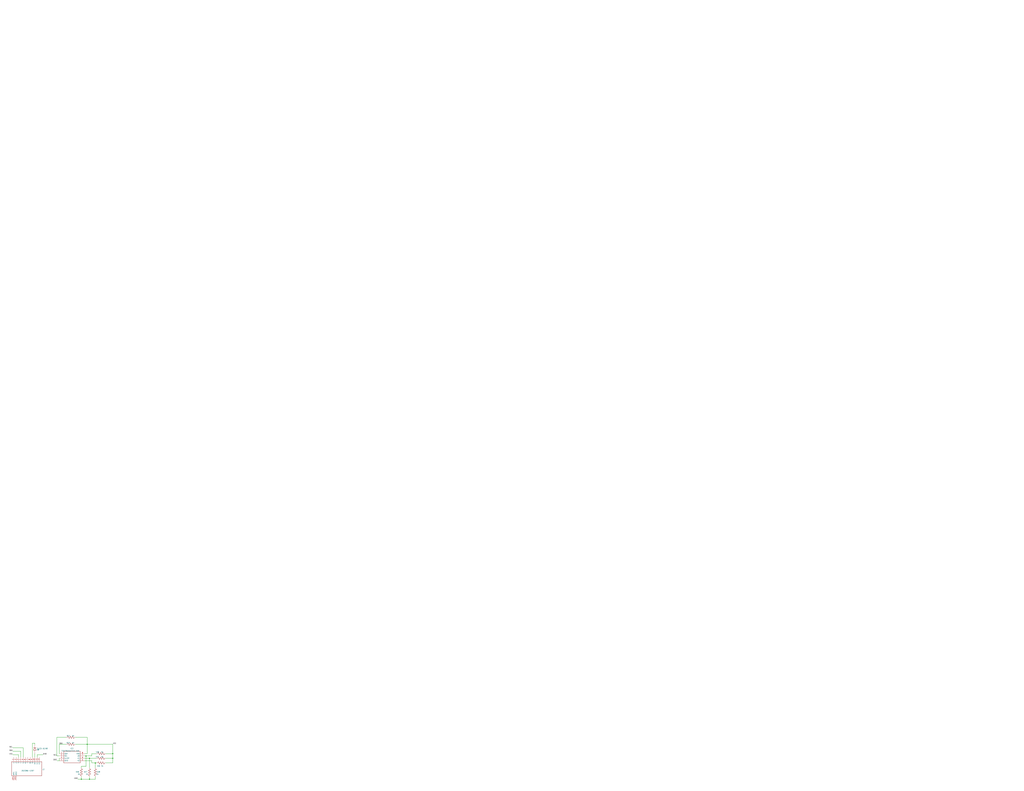
<source format=kicad_sch>
(kicad_sch (version 20211123) (generator eeschema)
  (paper "E")
  (lib_symbols
    (symbol "Top_board-altium-import:0_5k"
      (property "Value" "0_5k" (at 0 0 0))
      (symbol "0_5k_1_0"
        (polyline (pts (xy -3.048 1.27) (xy -3.81 0)) (stroke (width 0.254)))
        (polyline (pts (xy -1.778 -1.27) (xy -3.048 1.27)) (stroke (width 0.254)))
        (polyline (pts (xy -0.508 1.27) (xy -1.778 -1.27)) (stroke (width 0.254)))
        (polyline (pts (xy 0.508 -1.27) (xy -0.508 1.27)) (stroke (width 0.254)))
        (polyline (pts (xy 1.778 1.27) (xy 0.508 -1.27)) (stroke (width 0.254)))
        (polyline (pts (xy 3.048 -1.27) (xy 1.778 1.27)) (stroke (width 0.254)))
        (polyline (pts (xy 3.81 0) (xy 3.048 -1.27)) (stroke (width 0.254)))
        (pin passive line (at -5.08 0 0) (length 1.27) (name "1") (number "1"))
        (pin passive line (at 5.08 0 180) (length 1.27) (name "2") (number "2"))
      )
    )
    (symbol "Top_board-altium-import:0_TCN75AVUA713-VAO"
      (property "Value" "0_TCN75AVUA713-VAO" (at 0 0 0))
      (symbol "0_TCN75AVUA713-VAO_1_0"
        (polyline (pts (xy -8.7147 6.096) (xy -8.7147 -6.604)) (stroke (width 0.254)))
        (polyline (pts (xy -8.7147 6.096) (xy 9.0653 6.096)) (stroke (width 0.254)))
        (polyline (pts (xy 9.0653 -6.604) (xy -8.7147 -6.604)) (stroke (width 0.254)))
        (polyline (pts (xy 9.0653 -6.604) (xy 9.0653 6.096)) (stroke (width 0.254)))
        (pin passive line (at -13.7159 3.556 0) (length 4.9999) (name "SDA") (number "1"))
        (pin passive line (at -13.7159 1.016 0) (length 4.9999) (name "SCL") (number "2"))
        (pin passive line (at -13.7159 -1.524 0) (length 4.9999) (name "ALERT") (number "3"))
        (pin passive line (at -13.7159 -4.064 0) (length 4.9999) (name "GND") (number "4"))
        (pin passive line (at 14.2239 -4.064 180) (length 4.9999) (name "A2") (number "5"))
        (pin passive line (at 14.2239 -1.524 180) (length 4.9999) (name "A1") (number "6"))
        (pin passive line (at 14.2239 1.016 180) (length 4.9999) (name "A0") (number "7"))
        (pin passive line (at 14.2239 3.556 180) (length 4.9999) (name "VDD") (number "8"))
      )
    )
    (symbol "Top_board-altium-import:1_202396-1207"
      (property "Value" "1_202396-1207" (at 0 0 0))
      (symbol "1_202396-1207_1_0"
        (polyline (pts (xy -16.256 -7.2847) (xy -16.256 7.9553)) (stroke (width 0.254)))
        (polyline (pts (xy -16.256 -7.2847) (xy 16.764 -7.2847)) (stroke (width 0.254)))
        (polyline (pts (xy 16.764 7.9553) (xy -16.256 7.9553)) (stroke (width 0.254)))
        (polyline (pts (xy 16.764 7.9553) (xy 16.764 -7.2847)) (stroke (width 0.254)))
        (pin passive line (at -13.716 12.9539 270) (length 4.9999) (name "1") (number "1"))
        (pin passive line (at 9.144 12.9539 270) (length 4.9999) (name "10") (number "10"))
        (pin passive line (at 11.684 12.9539 270) (length 4.9999) (name "11") (number "11"))
        (pin passive line (at 14.224 12.9539 270) (length 4.9999) (name "12") (number "12"))
        (pin passive line (at -11.176 12.9539 270) (length 4.9999) (name "2") (number "2"))
        (pin passive line (at -8.636 12.9539 270) (length 4.9999) (name "3") (number "3"))
        (pin passive line (at -6.096 12.9539 270) (length 4.9999) (name "4") (number "4"))
        (pin passive line (at -3.556 12.9539 270) (length 4.9999) (name "5") (number "5"))
        (pin passive line (at -1.016 12.9539 270) (length 4.9999) (name "6") (number "6"))
        (pin passive line (at 1.524 12.9539 270) (length 4.9999) (name "7") (number "7"))
        (pin passive line (at 4.064 12.9539 270) (length 4.9999) (name "8") (number "8"))
        (pin passive line (at 6.604 12.9539 270) (length 4.9999) (name "9") (number "9"))
        (pin passive line (at -13.716 -12.4459 90) (length 4.9999) (name "MP1") (number "MP1"))
        (pin passive line (at -11.176 -12.4459 90) (length 4.9999) (name "MP2") (number "MP2"))
      )
    )
    (symbol "Top_board-altium-import:1_5k"
      (property "Value" "1_5k" (at 0 0 0))
      (symbol "1_5k_1_0"
        (polyline (pts (xy -1.27 -3.048) (xy 0 -3.81)) (stroke (width 0.254)))
        (polyline (pts (xy -1.27 -0.508) (xy 1.27 -1.778)) (stroke (width 0.254)))
        (polyline (pts (xy -1.27 1.778) (xy 1.27 0.508)) (stroke (width 0.254)))
        (polyline (pts (xy 0 3.81) (xy 1.27 3.048)) (stroke (width 0.254)))
        (polyline (pts (xy 1.27 -1.778) (xy -1.27 -3.048)) (stroke (width 0.254)))
        (polyline (pts (xy 1.27 0.508) (xy -1.27 -0.508)) (stroke (width 0.254)))
        (polyline (pts (xy 1.27 3.048) (xy -1.27 1.778)) (stroke (width 0.254)))
        (pin passive line (at 0 -5.08 90) (length 1.27) (name "1") (number "1"))
        (pin passive line (at 0 5.08 270) (length 1.27) (name "2") (number "2"))
      )
    )
    (symbol "Top_board-altium-import:1_SLCD-61N8"
      (property "Value" "1_SLCD-61N8" (at 0 0 0))
      (symbol "1_SLCD-61N8_1_0"
        (polyline (pts (xy -1.524 1.27) (xy 1.524 1.27)) (stroke (width 0.254)))
        (polyline (pts (xy 1.524 -1.27) (xy 0 1.27) (xy 0 1.27) (xy -1.524 -1.27) (xy -1.524 -1.27) (xy 1.524 -1.27)) (stroke (width 0.254)))
        (pin passive line (at 0 5.08 270) (length 3.81) (name "1") (number "1"))
        (pin passive line (at 0 -5.08 90) (length 3.81) (name "2") (number "2"))
      )
    )
  )
  (junction (at 123.0841 823.0306))
  (junction (at 97.6841 850.9706))
  (junction (at 95.1441 812.8706))
  (junction (at 97.6841 828.1106))
  (junction (at 104.0341 833.1906))
  (junction (at 123.0841 828.1106))
  (junction (at 88.7941 850.9706))
  (junction (at 93.8741 825.5706))
  (wire (pts (xy 88.7941 848.4306) (xy 88.7941 850.9706)) (stroke (width 0.254)))
  (wire (pts (xy 20.2141 824.3006) (xy 20.2141 826.8406)) (stroke (width 0.254)))
  (wire (pts (xy 97.6841 828.1106) (xy 92.6041 828.1106)) (stroke (width 0.254)))
  (wire (pts (xy 62.1241 825.5706) (xy 62.1241 805.2506)) (stroke (width 0.254)))
  (wire (pts (xy 13.8641 816.6806) (xy 25.2941 816.6806)) (stroke (width 0.254)))
  (wire (pts (xy 13.8641 820.4906) (xy 22.7541 820.4906)) (stroke (width 0.254)))
  (wire (pts (xy 104.0341 838.2706) (xy 104.0341 833.1906)) (stroke (width 0.254)))
  (wire (pts (xy 97.6841 848.4306) (xy 97.6841 850.9706)) (stroke (width 0.254)))
  (wire (pts (xy 95.1441 823.0306) (xy 95.1441 812.8706)) (stroke (width 0.254)))
  (wire (pts (xy 82.4441 812.8706) (xy 95.1441 812.8706)) (stroke (width 0.254)))
  (wire (pts (xy 25.2941 816.6806) (xy 25.2941 826.8406)) (stroke (width 0.254)))
  (wire (pts (xy 97.6841 850.9706) (xy 104.0341 850.9706)) (stroke (width 0.254)))
  (wire (pts (xy 35.4541 811.6006) (xy 35.4541 826.8406)) (stroke (width 0.254)))
  (wire (pts (xy 104.0341 850.9706) (xy 104.0341 848.4306)) (stroke (width 0.254)))
  (wire (pts (xy 100.2241 823.0306) (xy 100.2241 825.5706)) (stroke (width 0.254)))
  (wire (pts (xy 37.9941 812.8706) (xy 37.9941 811.6006)) (stroke (width 0.254)))
  (wire (pts (xy 123.0841 812.8706) (xy 123.0841 823.0306)) (stroke (width 0.254)))
  (wire (pts (xy 64.6641 825.5706) (xy 62.1241 825.5706)) (stroke (width 0.254)))
  (wire (pts (xy 40.5341 824.3006) (xy 40.5341 826.8406)) (stroke (width 0.254)))
  (wire (pts (xy 100.2241 825.5706) (xy 93.8741 825.5706)) (stroke (width 0.254)))
  (wire (pts (xy 93.8741 825.5706) (xy 92.6041 825.5706)) (stroke (width 0.254)))
  (wire (pts (xy 88.7941 837.0006) (xy 93.8741 837.0006)) (stroke (width 0.254)))
  (wire (pts (xy 88.7941 850.9706) (xy 97.6841 850.9706)) (stroke (width 0.254)))
  (wire (pts (xy 64.6641 812.8706) (xy 72.2841 812.8706)) (stroke (width 0.254)))
  (wire (pts (xy 105.3041 828.1106) (xy 97.6841 828.1106)) (stroke (width 0.254)))
  (wire (pts (xy 37.9941 811.6006) (xy 35.4541 811.6006)) (stroke (width 0.254)))
  (wire (pts (xy 64.6641 823.0306) (xy 64.6641 812.8706)) (stroke (width 0.254)))
  (wire (pts (xy 123.0841 823.0306) (xy 123.0841 828.1106)) (stroke (width 0.254)))
  (wire (pts (xy 92.6041 823.0306) (xy 95.1441 823.0306)) (stroke (width 0.254)))
  (wire (pts (xy 123.0841 828.1106) (xy 123.0841 833.1906)) (stroke (width 0.254)))
  (wire (pts (xy 97.6841 838.2706) (xy 97.6841 828.1106)) (stroke (width 0.254)))
  (wire (pts (xy 62.1241 805.2506) (xy 72.2841 805.2506)) (stroke (width 0.254)))
  (wire (pts (xy 64.6641 828.1106) (xy 64.6641 830.6506)) (stroke (width 0.254)))
  (wire (pts (xy 105.3041 833.1906) (xy 104.0341 833.1906)) (stroke (width 0.254)))
  (wire (pts (xy 46.8841 824.3006) (xy 40.5341 824.3006)) (stroke (width 0.254)))
  (wire (pts (xy 123.0841 833.1906) (xy 115.4641 833.1906)) (stroke (width 0.254)))
  (wire (pts (xy 95.1441 812.8706) (xy 95.1441 805.2506)) (stroke (width 0.254)))
  (wire (pts (xy 13.8641 824.3006) (xy 20.2141 824.3006)) (stroke (width 0.254)))
  (wire (pts (xy 88.7941 838.2706) (xy 88.7941 837.0006)) (stroke (width 0.254)))
  (wire (pts (xy 82.4441 805.2506) (xy 95.1441 805.2506)) (stroke (width 0.254)))
  (wire (pts (xy 104.0341 833.1906) (xy 100.2241 833.1906)) (stroke (width 0.254)))
  (wire (pts (xy 22.7541 820.4906) (xy 22.7541 826.8406)) (stroke (width 0.254)))
  (wire (pts (xy 84.9841 850.9706) (xy 88.7941 850.9706)) (stroke (width 0.254)))
  (wire (pts (xy 93.8741 837.0006) (xy 93.8741 825.5706)) (stroke (width 0.254)))
  (wire (pts (xy 100.2241 833.1906) (xy 100.2241 830.6506)) (stroke (width 0.254)))
  (wire (pts (xy 95.1441 812.8706) (xy 123.0841 812.8706)) (stroke (width 0.254)))
  (wire (pts (xy 100.2241 830.6506) (xy 92.6041 830.6506)) (stroke (width 0.254)))
  (wire (pts (xy 105.3041 823.0306) (xy 100.2241 823.0306)) (stroke (width 0.254)))
  (wire (pts (xy 62.1241 830.6506) (xy 64.6641 830.6506)) (stroke (width 0.254)))
  (wire (pts (xy 115.4641 823.0306) (xy 123.0841 823.0306)) (stroke (width 0.254)))
  (wire (pts (xy 37.9941 823.0306) (xy 37.9941 826.8406)) (stroke (width 0.254)))
  (wire (pts (xy 115.4641 828.1106) (xy 123.0841 828.1106)) (stroke (width 0.254)))
  (label "GND" (at 62.1241 830.6506 180))
  (label "SCL" (at 62.1241 825.5706 180))
  (label "GND" (at 46.8841 824.3006 0))
  (label "SCL" (at 13.8641 816.6806 180))
  (label "GND" (at 84.9841 850.9706 180))
  (label "SDA" (at 64.6641 812.8706 0))
  (label "VCC" (at 13.8641 824.3006 180))
  (label "SDA" (at 13.8641 820.4906 180))
  (label "VCC" (at 123.0841 812.8706 0))
  (symbol (lib_id "Top_board-altium-import:0_5k") (at 110.3841 828.1106 0) (unit 1)
    (property "Reference" "VA7" (at 104.4216 827.1281 0) (effects (justify left bottom)))
    (property "Value" "5k" (at 110.402 827.129 0) (effects (justify left bottom)))
    (property "Footprint" "R0805" (effects hide))
    (property "NAMEALIAS" "Value(Ω)" (effects hide))
    (property "BOM_SUPPLIER PART" "71-CRCW0805J-5K" (effects hide))
    (property "BOM_SUPPLIER" "Mouser" (effects hide))
    (property "CONTRIBUTOR" "LCEDA_Lib" (effects hide))
    (property "SPICEPRE" "R" (effects hide))
    (property "SPICESYMBOLNAME" "R_0603_US" (effects hide))
    (property "BOM_MANUFACTURER PART" "CRCW08055K00JNTA" (effects hide))
    (property "BOM_MANUFACTURER" "Vishay / Dale" (effects hide))
    (property "BOM_LINK" "https://www.mouser.es/ProductDetail/Vishay-Dale/CRCW08055K00JNTA?qs=%2Fha2pyFadui6t5gBae62ocFJ46SNue422n5luvT1xmc7fnXInubqKA%3D%3D" (effects hide))
  )
  (symbol (lib_id "Top_board-altium-import:0_5k") (at 77.3641 812.8706 0) (unit 1)
    (property "Reference" "R12" (at 72.6498 811.8881 0) (effects (justify left bottom)))
    (property "Value" "5k" (at 78.652 811.889 0) (effects (justify left bottom)))
    (property "Footprint" "R0805" (effects hide))
    (property "NAMEALIAS" "Value(Ω)" (effects hide))
    (property "BOM_SUPPLIER PART" "71-CRCW0805J-5K" (effects hide))
    (property "BOM_SUPPLIER" "Mouser" (effects hide))
    (property "CONTRIBUTOR" "LCEDA_Lib" (effects hide))
    (property "SPICEPRE" "R" (effects hide))
    (property "SPICESYMBOLNAME" "R_0603_US" (effects hide))
    (property "BOM_MANUFACTURER PART" "CRCW08055K00JNTA" (effects hide))
    (property "BOM_MANUFACTURER" "Vishay / Dale" (effects hide))
    (property "BOM_LINK" "https://www.mouser.es/ProductDetail/Vishay-Dale/CRCW08055K00JNTA?qs=%2Fha2pyFadui6t5gBae62ocFJ46SNue422n5luvT1xmc7fnXInubqKA%3D%3D" (effects hide))
  )
  (symbol (lib_id "Top_board-altium-import:1_5k") (at 104.0341 843.3506 0) (unit 1)
    (property "Reference" "GA8" (at 105.4714 843.648 0) (effects (justify left bottom)))
    (property "Value" "5k" (at 105.322 846.1869 0) (effects (justify left bottom)))
    (property "Footprint" "R0805" (effects hide))
    (property "NAMEALIAS" "Value(Ω)" (effects hide))
    (property "BOM_SUPPLIER PART" "71-CRCW0805J-5K" (effects hide))
    (property "BOM_SUPPLIER" "Mouser" (effects hide))
    (property "CONTRIBUTOR" "LCEDA_Lib" (effects hide))
    (property "SPICEPRE" "R" (effects hide))
    (property "SPICESYMBOLNAME" "R_0603_US" (effects hide))
    (property "BOM_MANUFACTURER PART" "CRCW08055K00JNTA" (effects hide))
    (property "BOM_MANUFACTURER" "Vishay / Dale" (effects hide))
    (property "BOM_LINK" "https://www.mouser.es/ProductDetail/Vishay-Dale/CRCW08055K00JNTA?qs=%2Fha2pyFadui6t5gBae62ocFJ46SNue422n5luvT1xmc7fnXInubqKA%3D%3D" (effects hide))
  )
  (symbol (lib_id "Top_board-altium-import:1_SLCD-61N8") (at 37.9941 817.9506 0) (unit 1)
    (property "Reference" "D8" (at 40.0281 819.4971 0) (effects (justify left bottom)))
    (property "Value" "SLCD-61N8" (at 40.4925 818.2271 0) (effects (justify left bottom)))
    (property "Footprint" "SOD-123_L2.8-W1.8-LS3.7-RD" (effects hide))
    (property "BOM_SUPPLIER PART" "C328592" (effects hide))
    (property "BOM_MANUFACTURER" "BLUE ROCKET" (effects hide))
    (property "BOM_MANUFACTURER PART" "1N4007W" (effects hide))
    (property "CONTRIBUTOR" "Blothr" (effects hide))
    (property "SPICEPRE" "D" (effects hide))
    (property "SPICESYMBOLNAME" "SLCD-61N8" (effects hide))
  )
  (symbol (lib_id "Top_board-altium-import:0_5k") (at 110.3841 833.1906 0) (unit 1)
    (property "Reference" "VA6" (at 105.6916 837.2961 0) (effects (justify left bottom)))
    (property "Value" "5k" (at 110.402 837.2969 0) (effects (justify left bottom)))
    (property "Footprint" "R0805" (effects hide))
    (property "NAMEALIAS" "Value(Ω)" (effects hide))
    (property "BOM_SUPPLIER PART" "71-CRCW0805J-5K" (effects hide))
    (property "BOM_SUPPLIER" "Mouser" (effects hide))
    (property "CONTRIBUTOR" "LCEDA_Lib" (effects hide))
    (property "SPICEPRE" "R" (effects hide))
    (property "SPICESYMBOLNAME" "R_0603_US" (effects hide))
    (property "BOM_MANUFACTURER PART" "CRCW08055K00JNTA" (effects hide))
    (property "BOM_MANUFACTURER" "Vishay / Dale" (effects hide))
    (property "BOM_LINK" "https://www.mouser.es/ProductDetail/Vishay-Dale/CRCW08055K00JNTA?qs=%2Fha2pyFadui6t5gBae62ocFJ46SNue422n5luvT1xmc7fnXInubqKA%3D%3D" (effects hide))
  )
  (symbol (lib_id "Top_board-altium-import:1_202396-1207") (at 28.8501 839.7946 0) (unit 1)
    (property "Reference" "J2" (at 46.1241 841.0573 0) (effects (justify left bottom)))
    (property "Value" "202396-1207" (at 23.3891 842.3769 0) (effects (justify left bottom)))
    (property "Footprint" "2023961207" (effects hide))
    (property "CONTRIBUTOR" "tomact" (effects hide))
    (property "SPICEPRE" "J" (effects hide))
    (property "SPICESYMBOLNAME" "202396-1207" (effects hide))
  )
  (symbol (lib_id "Top_board-altium-import:0_TCN75AVUA713-VAO") (at 78.3801 826.5866 0) (unit 1)
    (property "Reference" "IC3" (at 76.7886 818.1834 0) (effects (justify left bottom)))
    (property "Value" "TCN75AVUA713-VAO" (at 66.9521 820.7869 0) (effects (justify left bottom)))
    (property "Footprint" "SOP65P490X110-8N" (effects hide))
    (property "SPICEPRE" "I" (effects hide))
    (property "SPICESYMBOLNAME" "TCN75AVUA713-VAO" (effects hide))
  )
  (symbol (lib_id "Top_board-altium-import:0_5k") (at 77.3641 805.2506 0) (unit 1)
    (property "Reference" "R11" (at 72.7371 804.2681 0) (effects (justify left bottom)))
    (property "Value" "5k" (at 78.652 804.269 0) (effects (justify left bottom)))
    (property "Footprint" "R0805" (effects hide))
    (property "NAMEALIAS" "Value(Ω)" (effects hide))
    (property "BOM_SUPPLIER PART" "71-CRCW0805J-5K" (effects hide))
    (property "BOM_SUPPLIER" "Mouser" (effects hide))
    (property "CONTRIBUTOR" "LCEDA_Lib" (effects hide))
    (property "SPICEPRE" "R" (effects hide))
    (property "SPICESYMBOLNAME" "R_0603_US" (effects hide))
    (property "BOM_MANUFACTURER PART" "CRCW08055K00JNTA" (effects hide))
    (property "BOM_MANUFACTURER" "Vishay / Dale" (effects hide))
    (property "BOM_LINK" "https://www.mouser.es/ProductDetail/Vishay-Dale/CRCW08055K00JNTA?qs=%2Fha2pyFadui6t5gBae62ocFJ46SNue422n5luvT1xmc7fnXInubqKA%3D%3D" (effects hide))
  )
  (symbol (lib_id "Top_board-altium-import:1_5k") (at 88.7941 843.3506 0) (unit 1)
    (property "Reference" "GA6" (at 82.6114 843.6381 0) (effects (justify left bottom)))
    (property "Value" "5k" (at 85.002 846.179 0) (effects (justify left bottom)))
    (property "Footprint" "R0805" (effects hide))
    (property "NAMEALIAS" "Value(Ω)" (effects hide))
    (property "BOM_SUPPLIER PART" "71-CRCW0805J-5K" (effects hide))
    (property "BOM_SUPPLIER" "Mouser" (effects hide))
    (property "CONTRIBUTOR" "LCEDA_Lib" (effects hide))
    (property "SPICEPRE" "R" (effects hide))
    (property "SPICESYMBOLNAME" "R_0603_US" (effects hide))
    (property "BOM_MANUFACTURER PART" "CRCW08055K00JNTA" (effects hide))
    (property "BOM_MANUFACTURER" "Vishay / Dale" (effects hide))
    (property "BOM_LINK" "https://www.mouser.es/ProductDetail/Vishay-Dale/CRCW08055K00JNTA?qs=%2Fha2pyFadui6t5gBae62ocFJ46SNue422n5luvT1xmc7fnXInubqKA%3D%3D" (effects hide))
  )
  (symbol (lib_id "Top_board-altium-import:0_5k") (at 110.3841 823.0306 0) (unit 1)
    (property "Reference" "VA8" (at 104.4216 822.0481 0) (effects (justify left bottom)))
    (property "Value" "5k" (at 110.402 822.049 0) (effects (justify left bottom)))
    (property "Footprint" "R0805" (effects hide))
    (property "NAMEALIAS" "Value(Ω)" (effects hide))
    (property "BOM_SUPPLIER PART" "71-CRCW0805J-5K" (effects hide))
    (property "BOM_SUPPLIER" "Mouser" (effects hide))
    (property "CONTRIBUTOR" "LCEDA_Lib" (effects hide))
    (property "SPICEPRE" "R" (effects hide))
    (property "SPICESYMBOLNAME" "R_0603_US" (effects hide))
    (property "BOM_MANUFACTURER PART" "CRCW08055K00JNTA" (effects hide))
    (property "BOM_MANUFACTURER" "Vishay / Dale" (effects hide))
    (property "BOM_LINK" "https://www.mouser.es/ProductDetail/Vishay-Dale/CRCW08055K00JNTA?qs=%2Fha2pyFadui6t5gBae62ocFJ46SNue422n5luvT1xmc7fnXInubqKA%3D%3D" (effects hide))
  )
  (symbol (lib_id "Top_board-altium-import:1_5k") (at 97.6841 843.3506 0) (unit 1)
    (property "Reference" "GA7" (at 91.5014 843.648 0) (effects (justify left bottom)))
    (property "Value" "5k" (at 93.892 846.1869 0) (effects (justify left bottom)))
    (property "Footprint" "R0805" (effects hide))
    (property "NAMEALIAS" "Value(Ω)" (effects hide))
    (property "BOM_SUPPLIER PART" "71-CRCW0805J-5K" (effects hide))
    (property "BOM_SUPPLIER" "Mouser" (effects hide))
    (property "CONTRIBUTOR" "LCEDA_Lib" (effects hide))
    (property "SPICEPRE" "R" (effects hide))
    (property "SPICESYMBOLNAME" "R_0603_US" (effects hide))
    (property "BOM_MANUFACTURER PART" "CRCW08055K00JNTA" (effects hide))
    (property "BOM_MANUFACTURER" "Vishay / Dale" (effects hide))
    (property "BOM_LINK" "https://www.mouser.es/ProductDetail/Vishay-Dale/CRCW08055K00JNTA?qs=%2Fha2pyFadui6t5gBae62ocFJ46SNue422n5luvT1xmc7fnXInubqKA%3D%3D" (effects hide))
  )
)
</source>
